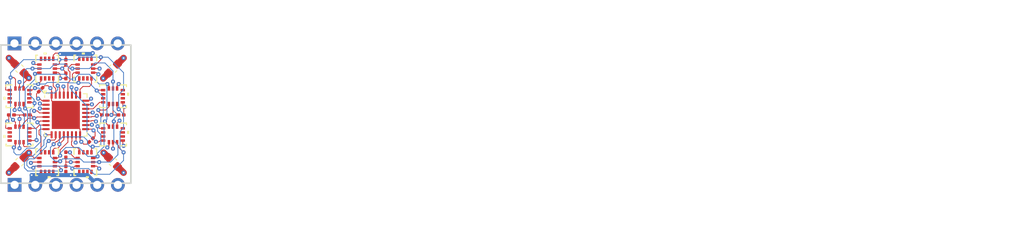
<source format=kicad_pcb>
(kicad_pcb (version 20241229) (generator "pcbnew") (generator_version "9.0")
  (title_block (title "IMU Array Module") (date "2025-08-22") (rev "A"))
  (layers (0 "F.Cu" signal) (4 "In1.Cu" signal) (6 "In2.Cu" signal) (2 "B.Cu" signal) (13 "F.Paste" user) (15 "B.Paste" user) (5 "F.SilkS" user "F.Silkscreen") (7 "B.SilkS" user "B.Silkscreen") (1 "F.Mask" user) (3 "B.Mask" user) (25 "Edge.Cuts" user))
  (net 0 "")
  (net 1 "GND")
  (net 2 "CS1")
  (net 3 "SCLK")
  (net 6 "SDO")
  (net 7 "FSYNC")
  (net 10 "SDI")
  (net 47 "VDD")
  (net 48 "NRST")
  (net 49 "SWCLK")
  (net 50 "SWDIO")
  (net 51 "INT1")
  (net 52 "CS4")
  (net 53 "INT3")
  (net 54 "CS3")
  (net 55 "I2C_SCL")
  (net 56 "INTO")
  (net 57 "INT4")
  (net 58 "CS8")
  (net 59 "INT8")
  (net 60 "I2C_SDA")
  (net 61 "INT6")
  (net 62 "CS6")
  (net 63 "CS2")
  (net 64 "SWO")
  (net 65 "INT2")
  (net 66 "CS5")
  (net 67 "INT5")
  (net 68 "CS7")
  (net 69 "INT7")
  (footprint "Capacitor_SMD:C_0201_0603Metric" (layer "F.Cu") (at 38.8 70.4)
    (property "Reference" "C7" (hide yes))
    (property "Value" "100n" (hide yes))
  )
  (footprint "imu-array-lib:LGA14_2.5X3X0.76_IVS" (layer "F.Cu") (at 47.9 64.7 90)
    (property "Reference" "U6" (hide yes))
    (property "Value" "ICM-42670-P" (hide yes))
  )
  (footprint "Capacitor_SMD:C_0201_0603Metric" (layer "F.Cu") (at 45.5 75.3 -90)
    (property "Reference" "C8" (hide yes))
    (property "Value" "100n" (hide yes))
  )
  (footprint "Capacitor_SMD:C_0201_0603Metric" (layer "F.Cu") (at 45.5 63.92 -90)
    (property "Reference" "C12" (hide yes))
    (property "Value" "100n" (hide yes))
  )
  (footprint "Capacitor_SMD:C_0603_1608Metric" (layer "F.Cu") (at 39.8 64.7 135)
    (property "Reference" "C9" (hide yes))
    (property "Value" "10u" (hide yes))
  )
  (footprint "Capacitor_SMD:C_0201_0603Metric" (layer "F.Cu") (at 40.75 70.4 180)
    (property "Reference" "C1" (hide yes))
    (property "Value" "100n" (hide yes))
  )
  (footprint "Capacitor_SMD:C_0201_0603Metric" (layer "F.Cu") (at 45.5 65.6 90)
    (property "Reference" "C10" (hide yes))
    (property "Value" "100n" (hide yes))
  )
  (footprint "Capacitor_SMD:C_0201_0603Metric" (layer "F.Cu") (at 48.6 73.5 -135)
    (property "Reference" "C5" (hide yes))
    (property "Value" "100n" (hide yes))
  )
  (footprint "Capacitor_SMD:C_0201_0603Metric" (layer "F.Cu") (at 42.4 67.3 45)
    (property "Reference" "C3" (hide yes))
    (property "Value" "100n" (hide yes))
  )
  (footprint "imu-array-lib:LGA14_2.5X3X0.76_IVS" (layer "F.Cu") (at 43.2 76.2 -90)
    (property "Reference" "U8" (hide yes))
    (property "Value" "ICM-42670-P" (hide yes))
  )
  (footprint "Capacitor_SMD:C_0603_1608Metric" (layer "F.Cu") (at 51.3 76.2 -45)
    (property "Reference" "C14" (hide yes))
    (property "Value" "10u" (hide yes))
  )
  (footprint "Capacitor_SMD:C_0201_0603Metric" (layer "F.Cu") (at 45.5 77.05 90)
    (property "Reference" "C6" (hide yes))
    (property "Value" "100n" (hide yes))
  )
  (footprint "Package_DFN_QFN:QFN-32-1EP_5x5mm_P0.5mm_EP3.45x3.45mm" (layer "F.Cu") (at 45.5 70.4)
    (property "Reference" "U9" (hide yes))
    (property "Value" "STM32U031K8Ux" (hide yes))
  )
  (footprint "Capacitor_SMD:C_0201_0603Metric" (layer "F.Cu") (at 52.3 70.4 180)
    (property "Reference" "C4" (hide yes))
    (property "Value" "100n" (hide yes))
  )
  (footprint "imu-array-lib:LGA14_2.5X3X0.76_IVS" (layer "F.Cu") (at 39.8 72.8 180)
    (property "Reference" "U3" (hide yes))
    (property "Value" "ICM-42670-P" (hide yes))
  )
  (footprint "Connector_PinHeader_2.54mm:PinHeader_1x06_P2.54mm_Vertical" (layer "F.Cu") (at 39.18 61.6 90)
    (property "Reference" "J4" (hide yes))
    (property "Value" "Conn_01x06" (hide yes))
  )
  (footprint "Connector_PinHeader_2.54mm:PinHeader_1x06_P2.54mm_Vertical" (layer "F.Cu") (at 39.2 79 90)
    (property "Reference" "J3" (hide yes))
    (property "Value" "Conn_01x06" (hide yes))
  )
  (footprint "imu-array-lib:LGA14_2.5X3X0.76_IVS" (layer "F.Cu") (at 51.3 68.1)
    (property "Reference" "U5" (hide yes))
    (property "Value" "ICM-42670-P" (hide yes))
  )
  (footprint "imu-array-lib:LGA14_2.5X3X0.76_IVS" (layer "F.Cu") (at 43.2 64.7 90)
    (property "Reference" "U2" (hide yes))
    (property "Value" "ICM-42670-P" (hide yes))
  )
  (footprint "Capacitor_SMD:C_0603_1608Metric" (layer "F.Cu") (at 39.8 76.2 -135)
    (property "Reference" "C13" (hide yes))
    (property "Value" "10u" (hide yes))
  )
  (footprint "Capacitor_SMD:C_0201_0603Metric" (layer "F.Cu") (at 50.25 70.4)
    (property "Reference" "C2" (hide yes))
    (property "Value" "100n" (hide yes))
  )
  (footprint "Capacitor_SMD:C_0603_1608Metric" (layer "F.Cu") (at 51.3 64.7 45)
    (property "Reference" "C11" (hide yes))
    (property "Value" "10u" (hide yes))
  )
  (footprint "imu-array-lib:LGA14_2.5X3X0.76_IVS" (layer "F.Cu") (at 47.9 76.2 -90)
    (property "Reference" "U4" (hide yes))
    (property "Value" "ICM-42670-P" (hide yes))
  )
  (footprint "imu-array-lib:LGA14_2.5X3X0.76_IVS" (layer "F.Cu") (at 39.8 68.1 180)
    (property "Reference" "U7" (hide yes))
    (property "Value" "ICM-42670-P" (hide yes))
  )
  (footprint "imu-array-lib:LGA14_2.5X3X0.76_IVS" (layer "F.Cu") (at 51.3 72.8)
    (property "Reference" "U1" (hide yes))
    (property "Value" "ICM-42670-P" (hide yes))
  )
  (gr_rect (start 37.5 61.8) (end 53.5 78.8) (stroke (width 0.2)) (fill no) (layer "Edge.Cuts"))
  (segment (start 45.5 76.195732) (end 45.500014 76.197494) (width 0.1) (layer "F.Cu") (net 1))
  (segment (start 51.200001 70.400002) (end 51.1 70.4) (width 0.1) (layer "F.Cu") (net 1))
  (segment (start 47.25 72.8375) (end 47.25 72.225) (width 0.1) (layer "F.Cu") (net 1))
  (segment (start 45.5 76.73) (end 45.500001 76.2025) (width 0.1) (layer "F.Cu") (net 1))
  (segment (start 43.75 67.9625) (end 43.749999 67.25) (width 0.1) (layer "F.Cu") (net 1))
  (segment (start 43.300004 66.799988) (end 43.6 67.1) (width 0.1) (layer "F.Cu") (net 1))
  (segment (start 51.1 70.4) (end 50.57 70.4) (width 0.1) (layer "F.Cu") (net 1))
  (segment (start 45.50125 76.20125) (end 45.502506 76.200014) (width 0.1) (layer "F.Cu") (net 1))
  (segment (start 51.1 70.4) (end 51.98 70.4) (width 0.1) (layer "F.Cu") (net 1))
  (segment (start 51.300004 70.300001) (end 51.200001 70.400002) (width 0.1) (layer "F.Cu") (net 1))
  (segment (start 46.1 76.2) (end 46.9 76.2) (width 0.1) (layer "F.Cu") (net 1))
  (segment (start 45.504267 76.2) (end 45.502506 76.200014) (width 0.1) (layer "F.Cu") (net 1))
  (segment (start 45.500001 76.2025) (end 45.5025 76.2) (width 0.1) (layer "F.Cu") (net 1))
  (segment (start 45.50125 76.19875) (end 45.5025 76.199999) (width 0.1) (layer "F.Cu") (net 1))
  (segment (start 45.504267 76.2) (end 45.5025 76.199999) (width 0.1) (layer "F.Cu") (net 1))
  (segment (start 47.249986 72.150006) (end 45.5 70.4) (width 0.1) (layer "F.Cu") (net 1))
  (segment (start 39.799999 70.4) (end 40.43 70.4) (width 0.1) (layer "F.Cu") (net 1))
  (segment (start 45.5 64.24375) (end 45.5 64.24) (width 0.1) (layer "F.Cu") (net 1))
  (segment (start 39.8 70.9) (end 39.8 71.8475) (width 0.1) (layer "F.Cu") (net 1))
  (segment (start 45.500016 65.152493) (end 45.5 65.28) (width 0.1) (layer "F.Cu") (net 1))
  (segment (start 39.8 66.3525) (end 39.8 67.2) (width 0.1) (layer "F.Cu") (net 1))
  (segment (start 47.250014 73.549993) (end 47.4 73.7) (width 0.1) (layer "F.Cu") (net 1))
  (segment (start 47.250014 73.549993) (end 47.25 72.8375) (width 0.1) (layer "F.Cu") (net 1))
  (segment (start 45.499979 64.247491) (end 45.0475 64.7) (width 0.1) (layer "F.Cu") (net 1))
  (segment (start 42.900008 66.80002) (end 42.626274 67.073726) (width 0.1) (layer "F.Cu") (net 1))
  (segment (start 51.3 74.5475) (end 51.3 73.7) (width 0.1) (layer "F.Cu") (net 1))
  (segment (start 43.74998 68.650007) (end 43.75 67.9625) (width 0.1) (layer "F.Cu") (net 1))
  (segment (start 43.74998 68.650007) (end 45.5 70.4) (width 0.1) (layer "F.Cu") (net 1))
  (segment (start 45.5 76.195732) (end 45.5 75.62) (width 0.1) (layer "F.Cu") (net 1))
  (segment (start 41.3 76.2) (end 42.2475 76.2) (width 0.1) (layer "F.Cu") (net 1))
  (segment (start 41.2 76.3) (end 41.3 76.2) (width 0.1) (layer "F.Cu") (net 1))
  (segment (start 39.799999 70.4) (end 39.12 70.4) (width 0.1) (layer "F.Cu") (net 1))
  (segment (start 49.6475 64.7) (end 48.8 64.7) (width 0.1) (layer "F.Cu") (net 1))
  (segment (start 39.799999 70.4) (end 39.8 70.9) (width 0.1) (layer "F.Cu") (net 1))
  (segment (start 47.699995 74.000012) (end 48.100002 74.000007) (width 0.1) (layer "F.Cu") (net 1))
  (segment (start 45.50125 76.19875) (end 45.500014 76.197494) (width 0.1) (layer "F.Cu") (net 1))
  (segment (start 45.0475 64.7) (end 44.2 64.7) (width 0.1) (layer "F.Cu") (net 1))
  (segment (start 52.6 77.5) (end 51.848008 76.748008) (width 0.8) (layer "F.Cu") (net 1))
  (segment (start 47.249986 72.150006) (end 47.25 72.225) (width 0.1) (layer "F.Cu") (net 1))
  (segment (start 47.699995 74.000012) (end 47.4 73.7) (width 0.1) (layer "F.Cu") (net 1))
  (segment (start 45.500016 65.152493) (end 45.0475 64.7) (width 0.1) (layer "F.Cu") (net 1))
  (segment (start 51.300004 70.300001) (end 51.3 69.0525) (width 0.1) (layer "F.Cu") (net 1))
  (segment (start 52.6 63.4) (end 51.848008 64.151992) (width 0.8) (layer "F.Cu") (net 1))
  (segment (start 45.5 64.24375) (end 45.499979 64.247491) (width 0.1) (layer "F.Cu") (net 1))
  (segment (start 38.5 77.5) (end 39.251992 76.748008) (width 0.8) (layer "F.Cu") (net 1))
  (segment (start 46.1 76.2) (end 45.504267 76.2) (width 0.1) (layer "F.Cu") (net 1))
  (segment (start 48.100002 74.000007) (end 48.373726 73.726274) (width 0.1) (layer "F.Cu") (net 1))
  (segment (start 43.749999 67.25) (end 43.6 67.1) (width 0.1) (layer "F.Cu") (net 1))
  (segment (start 45.50125 76.19875) (end 45.5025 76.2) (width 0.1) (layer "F.Cu") (net 1))
  (segment (start 43.300004 66.799988) (end 42.900008 66.80002) (width 0.1) (layer "F.Cu") (net 1))
  (segment (start 38.5 63.4) (end 39.251992 64.151992) (width 0.8) (layer "F.Cu") (net 1))
  (via (at 51.3 74.5475) (size 0.5) (drill 0.2) (layers "F.Cu" "B.Cu") (net 1))
  (via (at 38.5 63.4) (size 0.5) (drill 0.2) (layers "F.Cu" "B.Cu") (net 1))
  (via (at 39.8 70.9) (size 0.5) (drill 0.2) (layers "F.Cu" "B.Cu") (net 1))
  (via (at 39.8 66.3525) (size 0.5) (drill 0.2) (layers "F.Cu" "B.Cu") (net 1))
  (via (at 52.6 63.4) (size 0.5) (drill 0.2) (layers "F.Cu" "B.Cu") (net 1))
  (via (at 43.6 67.1) (size 0.5) (drill 0.2) (layers "F.Cu" "B.Cu") (net 1))
  (via (at 46.1 76.2) (size 0.5) (drill 0.2) (layers "F.Cu" "B.Cu") (net 1))
  (via (at 52.6 77.5) (size 0.5) (drill 0.2) (layers "F.Cu" "B.Cu") (net 1))
  (via (at 49.6475 64.7) (size 0.5) (drill 0.2) (layers "F.Cu" "B.Cu") (net 1))
  (via (at 41.2 76.3) (size 0.5) (drill 0.2) (layers "F.Cu" "B.Cu") (net 1))
  (via (at 38.5 77.5) (size 0.5) (drill 0.2) (layers "F.Cu" "B.Cu") (net 1))
  (via (at 51.1 70.4) (size 0.5) (drill 0.2) (layers "F.Cu" "B.Cu") (net 1))
  (via (at 47.4 73.7) (size 0.5) (drill 0.2) (layers "F.Cu" "B.Cu") (net 1))
  (via (at 45.0475 64.7) (size 0.5) (drill 0.2) (layers "F.Cu" "B.Cu") (net 1))
  (segment (start 48.7 71.6) (end 48.649999 71.65) (width 0.1) (layer "F.Cu") (net 2))
  (segment (start 51.799999 71.400001) (end 51.799999 71.8475) (width 0.1) (layer "F.Cu") (net 2))
  (segment (start 48.649999 71.65) (end 47.9375 71.65) (width 0.1) (layer "F.Cu") (net 2))
  (segment (start 52.1 71.1) (end 51.799999 71.400001) (width 0.1) (layer "F.Cu") (net 2))
  (via (at 52.1 71.1) (size 0.5) (drill 0.2) (layers "F.Cu" "B.Cu") (net 2))
  (via (at 48.7 71.6) (size 0.5) (drill 0.2) (layers "F.Cu" "B.Cu") (net 2))
  (segment (start 51.3 66.3) (end 51.3 67.1475) (width 0.1) (layer "F.Cu") (net 3))
  (segment (start 49.6 76.2) (end 48.8525 76.2) (width 0.1) (layer "F.Cu") (net 3))
  (segment (start 51.300001 71.3) (end 51.4 71.2) (width 0.1) (layer "F.Cu") (net 3))
  (segment (start 39.8 69.7) (end 39.8 69.0525) (width 0.1) (layer "F.Cu") (net 3))
  (segment (start 44.699999 76.2) (end 44.1525 76.2) (width 0.1) (layer "F.Cu") (net 3))
  (segment (start 44.750013 73.350005) (end 44.75 72.8375) (width 0.1) (layer "F.Cu") (net 3))
  (segment (start 44.750013 73.350005) (end 44.450001 73.650002) (width 0.1) (layer "F.Cu") (net 3))
  (segment (start 41.4 64.7) (end 42.2475 64.7) (width 0.1) (layer "F.Cu") (net 3))
  (segment (start 46.3 64.7) (end 46.9475 64.7) (width 0.1) (layer "F.Cu") (net 3))
  (segment (start 44 74) (end 44.35 73.65) (width 0.1) (layer "F.Cu") (net 3))
  (segment (start 44.699999 76.2) (end 44.8 76.1) (width 0.1) (layer "F.Cu") (net 3))
  (segment (start 44.450001 73.650002) (end 44.35 73.65) (width 0.1) (layer "F.Cu") (net 3))
  (segment (start 51.300001 71.3) (end 51.3 71.8475) (width 0.1) (layer "F.Cu") (net 3))
  (segment (start 39.8 74.5) (end 39.8 73.7525) (width 0.1) (layer "F.Cu") (net 3))
  (via (at 39.8 74.5) (size 0.5) (drill 0.2) (layers "F.Cu" "B.Cu") (net 3))
  (via (at 46.3 64.7) (size 0.5) (drill 0.2) (layers "F.Cu" "B.Cu") (net 3))
  (via (at 51.3 66.3) (size 0.5) (drill 0.2) (layers "F.Cu" "B.Cu") (net 3))
  (via (at 39.8 69.7) (size 0.5) (drill 0.2) (layers "F.Cu" "B.Cu") (net 3))
  (via (at 49.6 76.2) (size 0.5) (drill 0.2) (layers "F.Cu" "B.Cu") (net 3))
  (via (at 44.8 76.1) (size 0.5) (drill 0.2) (layers "F.Cu" "B.Cu") (net 3))
  (via (at 51.4 71.2) (size 0.5) (drill 0.2) (layers "F.Cu" "B.Cu") (net 3))
  (via (at 41.4 64.7) (size 0.5) (drill 0.2) (layers "F.Cu" "B.Cu") (net 3))
  (via (at 44 74) (size 0.5) (drill 0.2) (layers "F.Cu" "B.Cu") (net 3))
  (segment (start 51.399978 73.600008) (end 51.899999 74.1) (width 0.1) (layer "B.Cu") (net 3))
  (segment (start 41.4 64.7) (end 43.549999 64.7) (width 0.1) (layer "B.Cu") (net 3))
  (segment (start 40.399999 70.3) (end 39.8 69.7) (width 0.1) (layer "B.Cu") (net 3))
  (segment (start 39.800001 72) (end 39.8 74.5) (width 0.1) (layer "B.Cu") (net 3))
  (segment (start 45.449999 64.15) (end 45.999996 64.700009) (width 0.1) (layer "B.Cu") (net 3))
  (segment (start 39.8 69.7) (end 39.8 67.2) (width 0.1) (layer "B.Cu") (net 3))
  (segment (start 40.7 64.7) (end 41.4 64.7) (width 0.1) (layer "B.Cu") (net 3))
  (segment (start 44.200004 76.099989) (end 43.600015 75.499993) (width 0.1) (layer "B.Cu") (net 3))
  (segment (start 40.3 66.7) (end 40.3 65.1) (width 0.1) (layer "B.Cu") (net 3))
  (segment (start 43.600001 74.4) (end 43.600015 75.499993) (width 0.1) (layer "B.Cu") (net 3))
  (segment (start 48.400005 64.7) (end 49.1 64.000005) (width 0.1) (layer "B.Cu") (net 3))
  (segment (start 45.449999 64.15) (end 44.099999 64.149997) (width 0.1) (layer "B.Cu") (net 3))
  (segment (start 50.299999 64) (end 49.1 64.000005) (width 0.1) (layer "B.Cu") (net 3))
  (segment (start 51.39999 70.899996) (end 51.4 71.2) (width 0.1) (layer "B.Cu") (net 3))
  (segment (start 51.9 75.3) (end 50.999999 76.2) (width 0.1) (layer "B.Cu") (net 3))
  (segment (start 51.300011 64.999995) (end 50.299999 64) (width 0.1) (layer "B.Cu") (net 3))
  (segment (start 49.6 76.2) (end 47.7 76.199999) (width 0.1) (layer "B.Cu") (net 3))
  (segment (start 40.399985 71.399993) (end 39.800001 72) (width 0.1) (layer "B.Cu") (net 3))
  (segment (start 51.4 71.2) (end 51.399978 73.600008) (width 0.1) (layer "B.Cu") (net 3))
  (segment (start 39.8 67.2) (end 40.3 66.7) (width 0.1) (layer "B.Cu") (net 3))
  (segment (start 40.3 65.1) (end 40.7 64.7) (width 0.1) (layer "B.Cu") (net 3))
  (segment (start 51.899999 74.1) (end 51.9 75.3) (width 0.1) (layer "B.Cu") (net 3))
  (segment (start 47.299999 75.8) (end 47.7 76.199999) (width 0.1) (layer "B.Cu") (net 3))
  (segment (start 44.8 76.1) (end 45.099995 75.799987) (width 0.1) (layer "B.Cu") (net 3))
  (segment (start 43.549999 64.7) (end 44.099999 64.149997) (width 0.1) (layer "B.Cu") (net 3))
  (segment (start 51.7 70.6) (end 51.700012 70.199995) (width 0.1) (layer "B.Cu") (net 3))
  (segment (start 45.999996 64.700009) (end 46.3 64.7) (width 0.1) (layer "B.Cu") (net 3))
  (segment (start 51.39999 70.899996) (end 51.7 70.6) (width 0.1) (layer "B.Cu") (net 3))
  (segment (start 47.299999 75.8) (end 45.099995 75.799987) (width 0.1) (layer "B.Cu") (net 3))
  (segment (start 51.3 66.3) (end 51.300011 64.999995) (width 0.1) (layer "B.Cu") (net 3))
  (segment (start 51.700012 70.199995) (end 51.299983 69.800007) (width 0.1) (layer "B.Cu") (net 3))
  (segment (start 46.3 64.7) (end 48.400005 64.7) (width 0.1) (layer "B.Cu") (net 3))
  (segment (start 49.6 76.2) (end 50.999999 76.2) (width 0.1) (layer "B.Cu") (net 3))
  (segment (start 40.399999 70.3) (end 40.399985 71.399993) (width 0.1) (layer "B.Cu") (net 3))
  (segment (start 43.600001 74.4) (end 44 74) (width 0.1) (layer "B.Cu") (net 3))
  (segment (start 44.8 76.1) (end 44.200004 76.099989) (width 0.1) (layer "B.Cu") (net 3))
  (segment (start 51.3 66.3) (end 51.299983 69.800007) (width 0.1) (layer "B.Cu") (net 3))
  (segment (start 41.849998 73.55) (end 41.9 73.5) (width 0.1) (layer "F.Cu") (net 6))
  (segment (start 48.8 74.3) (end 48.650001 74.449999) (width 0.1) (layer "F.Cu") (net 6))
  (segment (start 47.150002 66.350002) (end 47.149999 65.9065) (width 0.1) (layer "F.Cu") (net 6))
  (segment (start 45.249979 73.449991) (end 44.7 74) (width 0.1) (layer "F.Cu") (net 6))
  (segment (start 49.350009 67.350017) (end 50.0935 67.349999) (width 0.1) (layer "F.Cu") (net 6))
  (segment (start 41.65 68.95) (end 41.55 68.850001) (width 0.1) (layer "F.Cu") (net 6))
  (segment (start 49.649999 72.049998) (end 50.0935 72.049999) (width 0.1) (layer "F.Cu") (net 6))
  (segment (start 44.7 74) (end 44.700009 74.300003) (width 0.1) (layer "F.Cu") (net 6))
  (segment (start 47.150002 66.350002) (end 47.05 66.45) (width 0.1) (layer "F.Cu") (net 6))
  (segment (start 45.249979 73.449991) (end 45.25 72.8375) (width 0.1) (layer "F.Cu") (net 6))
  (segment (start 41.849998 73.55) (end 41.0065 73.550001) (width 0.1) (layer "F.Cu") (net 6))
  (segment (start 44.499999 74.5) (end 44.700009 74.300003) (width 0.1) (layer "F.Cu") (net 6))
  (segment (start 48.650001 74.449999) (end 48.650001 74.9935) (width 0.1) (layer "F.Cu") (net 6))
  (segment (start 41.55 68.850001) (end 41.0065 68.850001) (width 0.1) (layer "F.Cu") (net 6))
  (segment (start 49.3 67.4) (end 49.350009 67.350017) (width 0.1) (layer "F.Cu") (net 6))
  (segment (start 42.1 66.6) (end 42.449978 66.249991) (width 0.1) (layer "F.Cu") (net 6))
  (segment (start 49.649999 72.049998) (end 49.4 71.8) (width 0.1) (layer "F.Cu") (net 6))
  (segment (start 42.449978 66.249991) (end 42.449999 65.9065) (width 0.1) (layer "F.Cu") (net 6))
  (segment (start 44.100006 74.500015) (end 43.950001 74.649999) (width 0.1) (layer "F.Cu") (net 6))
  (segment (start 44.499999 74.5) (end 44.100006 74.500015) (width 0.1) (layer "F.Cu") (net 6))
  (segment (start 43.950001 74.649999) (end 43.950001 74.9935) (width 0.1) (layer "F.Cu") (net 6))
  (via (at 44.7 74) (size 0.5) (drill 0.2) (layers "F.Cu" "B.Cu") (net 6))
  (via (at 42.1 66.6) (size 0.5) (drill 0.2) (layers "F.Cu" "B.Cu") (net 6))
  (via (at 47.05 66.45) (size 0.5) (drill 0.2) (layers "F.Cu" "B.Cu") (net 6))
  (via (at 49.4 71.8) (size 0.5) (drill 0.2) (layers "F.Cu" "B.Cu") (net 6))
  (via (at 41.65 68.95) (size 0.5) (drill 0.2) (layers "F.Cu" "B.Cu") (net 6))
  (via (at 41.9 73.5) (size 0.5) (drill 0.2) (layers "F.Cu" "B.Cu") (net 6))
  (via (at 49.3 67.4) (size 0.5) (drill 0.2) (layers "F.Cu" "B.Cu") (net 6))
  (via (at 48.8 74.3) (size 0.5) (drill 0.2) (layers "F.Cu" "B.Cu") (net 6))
  (segment (start 41.100011 67.999995) (end 41.100001 67) (width 0.1) (layer "B.Cu") (net 6))
  (segment (start 49.8 74.1) (end 49.8 72.800001) (width 0.1) (layer "B.Cu") (net 6))
  (segment (start 48.350004 66.449989) (end 47.05 66.45) (width 0.1) (layer "B.Cu") (net 6))
  (segment (start 41.65 69.250001) (end 41.100001 69.8) (width 0.1) (layer "B.Cu") (net 6))
  (segment (start 41.100001 69.8) (end 41.100006 71.399997) (width 0.1) (layer "B.Cu") (net 6))
  (segment (start 47.7 73.1) (end 45.1 73.1) (width 0.1) (layer "B.Cu") (net 6))
  (segment (start 41.600008 68.900008) (end 41.600008 68.499992) (width 0.1) (layer "B.Cu") (net 6))
  (segment (start 41.100001 67) (end 41.499993 66.599983) (width 0.1) (layer "B.Cu") (net 6))
  (segment (start 42.1 66.6) (end 42.999999 66.6) (width 0.1) (layer "B.Cu") (net 6))
  (segment (start 48.15 73.95) (end 48.15 73.55) (width 0.1) (layer "B.Cu") (net 6))
  (segment (start 41.600008 68.499992) (end 41.100011 67.999995) (width 0.1) (layer "B.Cu") (net 6))
  (segment (start 49.4 71.8) (end 49.399987 72.400005) (width 0.1) (layer "B.Cu") (net 6))
  (segment (start 50.100013 70.400005) (end 50.099999 68.2) (width 0.1) (layer "B.Cu") (net 6))
  (segment (start 49.6 74.3) (end 49.8 74.1) (width 0.1) (layer "B.Cu") (net 6))
  (segment (start 45.799999 66.4) (end 45.85 66.449999) (width 0.1) (layer "B.Cu") (net 6))
  (segment (start 44.7 73.5) (end 44.7 74) (width 0.1) (layer "B.Cu") (net 6))
  (segment (start 41.100006 71.399997) (end 41.899999 72.2) (width 0.1) (layer "B.Cu") (net 6))
  (segment (start 49.4 71.8) (end 49.800017 71.400007) (width 0.1) (layer "B.Cu") (net 6))
  (segment (start 48.5 74.3) (end 48.15 73.95) (width 0.1) (layer "B.Cu") (net 6))
  (segment (start 41.65 68.95) (end 41.600008 68.900008) (width 0.1) (layer "B.Cu") (net 6))
  (segment (start 49.800001 70.7) (end 50.100013 70.400005) (width 0.1) (layer "B.Cu") (net 6))
  (segment (start 45.1 73.1) (end 44.7 73.5) (width 0.1) (layer "B.Cu") (net 6))
  (segment (start 41.65 68.95) (end 41.65 69.250001) (width 0.1) (layer "B.Cu") (net 6))
  (segment (start 42.999999 66.6) (end 43.199997 66.399992) (width 0.1) (layer "B.Cu") (net 6))
  (segment (start 48.15 73.55) (end 47.7 73.1) (width 0.1) (layer "B.Cu") (net 6))
  (segment (start 49.8 72.800001) (end 49.699999 72.7) (width 0.1) (layer "B.Cu") (net 6))
  (segment (start 49.800001 70.7) (end 49.800017 71.400007) (width 0.1) (layer "B.Cu") (net 6))
  (segment (start 48.8 74.3) (end 49.6 74.3) (width 0.1) (layer "B.Cu") (net 6))
  (segment (start 48.8 74.3) (end 48.5 74.3) (width 0.1) (layer "B.Cu") (net 6))
  (segment (start 50.099999 68.2) (end 49.3 67.4) (width 0.1) (layer "B.Cu") (net 6))
  (segment (start 45.799999 66.4) (end 43.199997 66.399992) (width 0.1) (layer "B.Cu") (net 6))
  (segment (start 41.499993 66.599983) (end 42.1 66.6) (width 0.1) (layer "B.Cu") (net 6))
  (segment (start 45.85 66.449999) (end 47.05 66.45) (width 0.1) (layer "B.Cu") (net 6))
  (segment (start 49.3 67.4) (end 48.350004 66.449989) (width 0.1) (layer "B.Cu") (net 6))
  (segment (start 41.899999 72.2) (end 41.9 73.5) (width 0.1) (layer "B.Cu") (net 6))
  (segment (start 49.399987 72.400005) (end 49.699999 72.7) (width 0.1) (layer "B.Cu") (net 6))
  (segment (start 39.3 66.000001) (end 39.099999 65.8) (width 0.1) (layer "F.Cu") (net 7))
  (segment (start 43.4 73.6) (end 43.499998 73.499996) (width 0.1) (layer "F.Cu") (net 7))
  (segment (start 52 69.7) (end 51.899999 69.700003) (width 0.1) (layer "F.Cu") (net 7))
  (segment (start 39.3 71.300001) (end 39.300001 71.8475) (width 0.1) (layer "F.Cu") (net 7))
  (segment (start 44.599998 64.2) (end 44.1525 64.200001) (width 0.1) (layer "F.Cu") (net 7))
  (segment (start 52.000006 74.199998) (end 52 74.399999) (width 0.1) (layer "F.Cu") (net 7))
  (segment (start 41.699998 76.69999) (end 41.5 76.9) (width 0.1) (layer "F.Cu") (net 7))
  (segment (start 51.899999 69.700003) (end 51.799994 69.6) (width 0.1) (layer "F.Cu") (net 7))
  (segment (start 44.249986 73.349993) (end 44.25 72.8375) (width 0.1) (layer "F.Cu") (net 7))
  (segment (start 49.8 63.599999) (end 49.2 64.200005) (width 0.1) (layer "F.Cu") (net 7))
  (segment (start 51.799978 74.000007) (end 52.000006 74.199998) (width 0.1) (layer "F.Cu") (net 7))
  (segment (start 44.099999 73.5) (end 43.499998 73.499996) (width 0.1) (layer "F.Cu") (net 7))
  (segment (start 44.249986 73.349993) (end 44.099999 73.5) (width 0.1) (layer "F.Cu") (net 7))
  (segment (start 41.699998 76.69999) (end 42.2475 76.699999) (width 0.1) (layer "F.Cu") (net 7))
  (segment (start 44.7 63.6) (end 44.700004 64.100001) (width 0.1) (layer "F.Cu") (net 7))
  (segment (start 39.3 66.000001) (end 39.300001 67.1475) (width 0.1) (layer "F.Cu") (net 7))
  (segment (start 46.599993 76.699979) (end 46.3 77) (width 0.1) (layer "F.Cu") (net 7))
  (segment (start 39.099999 65.8) (end 38.7 65.8) (width 0.1) (layer "F.Cu") (net 7))
  (segment (start 51.799978 74.000007) (end 51.799999 73.7525) (width 0.1) (layer "F.Cu") (net 7))
  (segment (start 49.2 64.200005) (end 48.8525 64.200001) (width 0.1) (layer "F.Cu") (net 7))
  (segment (start 39 71) (end 39.3 71.300001) (width 0.1) (layer "F.Cu") (net 7))
  (segment (start 49.8 63.3) (end 49.8 63.599999) (width 0.1) (layer "F.Cu") (net 7))
  (segment (start 51.799994 69.6) (end 51.799999 69.0525) (width 0.1) (layer "F.Cu") (net 7))
  (segment (start 46.599993 76.699979) (end 46.9475 76.699999) (width 0.1) (layer "F.Cu") (net 7))
  (segment (start 44.700004 64.100001) (end 44.599998 64.2) (width 0.1) (layer "F.Cu") (net 7))
  (segment (start 52.6 75) (end 52 74.399999) (width 0.1) (layer "F.Cu") (net 7))
  (via (at 39 71) (size 0.5) (drill 0.2) (layers "F.Cu" "B.Cu") (net 7))
  (via (at 52.6 75) (size 0.5) (drill 0.2) (layers "F.Cu" "B.Cu") (net 7))
  (via (at 49.8 63.3) (size 0.5) (drill 0.2) (layers "F.Cu" "B.Cu") (net 7))
  (via (at 38.7 65.8) (size 0.5) (drill 0.2) (layers "F.Cu" "B.Cu") (net 7))
  (via (at 43.4 73.6) (size 0.5) (drill 0.2) (layers "F.Cu" "B.Cu") (net 7))
  (via (at 44.7 63.6) (size 0.5) (drill 0.2) (layers "F.Cu" "B.Cu") (net 7))
  (via (at 41.5 76.9) (size 0.5) (drill 0.2) (layers "F.Cu" "B.Cu") (net 7))
  (via (at 46.3 77) (size 0.5) (drill 0.2) (layers "F.Cu" "B.Cu") (net 7))
  (via (at 52 69.7) (size 0.5) (drill 0.2) (layers "F.Cu" "B.Cu") (net 7))
  (segment (start 52.6 76) (end 52.6 75) (width 0.1) (layer "B.Cu") (net 7))
  (segment (start 48.299999 77) (end 46.3 77) (width 0.1) (layer "B.Cu") (net 7))
  (segment (start 46 76.7) (end 41.7 76.7) (width 0.1) (layer "B.Cu") (net 7))
  (segment (start 50.9 77.7) (end 52.6 76) (width 0.1) (layer "B.Cu") (net 7))
  (segment (start 44.7 63.6) (end 40.300005 63.600013) (width 0.1) (layer "B.Cu") (net 7))
  (segment (start 41 76.9) (end 40.7 76.6) (width 0.1) (layer "B.Cu") (net 7))
  (segment (start 52.175001 72.425) (end 52.600008 72.000003) (width 0.1) (layer "B.Cu") (net 7))
  (segment (start 38.70001 65.200004) (end 38.7 65.8) (width 0.1) (layer "B.Cu") (net 7))
  (segment (start 43.100001 74.299999) (end 43.100001 73.9) (width 0.1) (layer "B.Cu") (net 7))
  (segment (start 46.3 77) (end 46 76.7) (width 0.1) (layer "B.Cu") (net 7))
  (segment (start 52.600007 65.199997) (end 52.599985 67.299993) (width 0.1) (layer "B.Cu") (net 7))
  (segment (start 50.699999 63.300002) (end 52.600007 65.199997) (width 0.1) (layer "B.Cu") (net 7))
  (segment (start 52.600008 72.000003) (end 52.599999 70.3) (width 0.1) (layer "B.Cu") (net 7))
  (segment (start 41 75.8) (end 41.6 75.8) (width 0.1) (layer "B.Cu") (net 7))
  (segment (start 41.5 76.9) (end 41 76.9) (width 0.1) (layer "B.Cu") (net 7))
  (segment (start 38.70001 65.200004) (end 40.300005 63.600013) (width 0.1) (layer "B.Cu") (net 7))
  (segment (start 41.6 75.8) (end 43.100001 74.299999) (width 0.1) (layer "B.Cu") (net 7))
  (segment (start 52 69.7) (end 52.599999 70.3) (width 0.1) (layer "B.Cu") (net 7))
  (segment (start 49 77.699999) (end 48.299999 77) (width 0.1) (layer "B.Cu") (net 7))
  (segment (start 38.7 65.8) (end 38.699987 70.700005) (width 0.1) (layer "B.Cu") (net 7))
  (segment (start 49.8 63.3) (end 47.099995 63.299987) (width 0.1) (layer "B.Cu") (net 7))
  (segment (start 49.8 63.3) (end 50.699999 63.300002) (width 0.1) (layer "B.Cu") (net 7))
  (segment (start 52.6 75) (end 52.174992 74.575003) (width 0.1) (layer "B.Cu") (net 7))
  (segment (start 44.7 63.6) (end 46.799999 63.6) (width 0.1) (layer "B.Cu") (net 7))
  (segment (start 52.175001 72.425) (end 52.174992 74.575003) (width 0.1) (layer "B.Cu") (net 7))
  (segment (start 40.7 76.6) (end 40.7 76.1) (width 0.1) (layer "B.Cu") (net 7))
  (segment (start 52.000001 67.9) (end 52.599985 67.299993) (width 0.1) (layer "B.Cu") (net 7))
  (segment (start 47.099995 63.299987) (end 46.799999 63.6) (width 0.1) (layer "B.Cu") (net 7))
  (segment (start 40.7 76.1) (end 41 75.8) (width 0.1) (layer "B.Cu") (net 7))
  (segment (start 38.699987 70.700005) (end 39 71) (width 0.1) (layer "B.Cu") (net 7))
  (segment (start 43.100001 73.9) (end 43.4 73.6) (width 0.1) (layer "B.Cu") (net 7))
  (segment (start 52 69.7) (end 52.000001 67.9) (width 0.1) (layer "B.Cu") (net 7))
  (segment (start 41.7 76.7) (end 41.5 76.9) (width 0.1) (layer "B.Cu") (net 7))
  (segment (start 50.9 77.7) (end 49 77.699999) (width 0.1) (layer "B.Cu") (net 7))
  (segment (start 40.399999 74.3) (end 40.299995 74.200001) (width 0.1) (layer "F.Cu") (net 10))
  (segment (start 41.900007 65.200013) (end 41.749994 65.349986) (width 0.1) (layer "F.Cu") (net 10))
  (segment (start 46.499998 65.19999) (end 46.9475 65.199999) (width 0.1) (layer "F.Cu") (net 10))
  (segment (start 50.8 66.800001) (end 50.800001 67.1475) (width 0.1) (layer "F.Cu") (net 10))
  (segment (start 40.399999 74.3) (end 40.799999 74.3) (width 0.1) (layer "F.Cu") (net 10))
  (segment (start 46.299991 65.800003) (end 46.3 65.4) (width 0.1) (layer "F.Cu") (net 10))
  (segment (start 50.3 71.2) (end 50.800001 71.8475) (width 0.1) (layer "F.Cu") (net 10))
  (segment (start 45.749979 73.749991) (end 45.75 72.8375) (width 0.1) (layer "F.Cu") (net 10))
  (segment (start 40.29999 69.400002) (end 40.5 69.6) (width 0.1) (layer "F.Cu") (net 10))
  (segment (start 44.5 75.700005) (end 44.1525 75.700001) (width 0.1) (layer "F.Cu") (net 10))
  (segment (start 49.199998 75.7) (end 49.4 75.5) (width 0.1) (layer "F.Cu") (net 10))
  (segment (start 44.5 75.700005) (end 44.8 75.4) (width 0.1) (layer "F.Cu") (net 10))
  (segment (start 40.299995 74.200001) (end 40.299999 73.7525) (width 0.1) (layer "F.Cu") (net 10))
  (segment (start 46.299991 65.800003) (end 46.5 66) (width 0.1) (layer "F.Cu") (net 10))
  (segment (start 41.7 65.35) (end 41.749994 65.349986) (width 0.1) (layer "F.Cu") (net 10))
  (segment (start 44.8 75.4) (end 44.800007 74.700003) (width 0.1) (layer "F.Cu") (net 10))
  (segment (start 49.199998 75.7) (end 48.8525 75.700001) (width 0.1) (layer "F.Cu") (net 10))
  (segment (start 40.29999 69.400002) (end 40.299999 69.0525) (width 0.1) (layer "F.Cu") (net 10))
  (segment (start 50.8 66.800001) (end 50.6 66.6) (width 0.1) (layer "F.Cu") (net 10))
  (segment (start 41.900007 65.200013) (end 42.2475 65.199999) (width 0.1) (layer "F.Cu") (net 10))
  (segment (start 45.749979 73.749991) (end 44.800007 74.700003) (width 0.1) (layer "F.Cu") (net 10))
  (segment (start 46.3 65.4) (end 46.499998 65.19999) (width 0.1) (layer "F.Cu") (net 10))
  (segment (start 41 74.1) (end 40.799999 74.3) (width 0.1) (layer "F.Cu") (net 10))
  (via (at 40.5 69.6) (size 0.5) (drill 0.2) (layers "F.Cu" "B.Cu") (net 10))
  (via (at 41.7 65.35) (size 0.5) (drill 0.2) (layers "F.Cu" "B.Cu") (net 10))
  (via (at 44.8 75.4) (size 0.5) (drill 0.2) (layers "F.Cu" "B.Cu") (net 10))
  (via (at 50.3 71.2) (size 0.5) (drill 0.2) (layers "F.Cu" "B.Cu") (net 10))
  (via (at 50.6 66.6) (size 0.5) (drill 0.2) (layers "F.Cu" "B.Cu") (net 10))
  (via (at 49.4 75.5) (size 0.5) (drill 0.2) (layers "F.Cu" "B.Cu") (net 10))
  (via (at 46.5 66) (size 0.5) (drill 0.2) (layers "F.Cu" "B.Cu") (net 10))
  (via (at 41 74.1) (size 0.5) (drill 0.2) (layers "F.Cu" "B.Cu") (net 10))
  (segment (start 47.100007 65.400015) (end 46.5 66) (width 0.1) (layer "B.Cu") (net 10))
  (segment (start 50.550001 66.65) (end 50.6 66.6) (width 0.1) (layer "B.Cu") (net 10))
  (segment (start 46.000006 65.999986) (end 45.399999 65.4) (width 0.1) (layer "B.Cu") (net 10))
  (segment (start 49.399987 75.099995) (end 50.199994 74.299997) (width 0.1) (layer "B.Cu") (net 10))
  (segment (start 44.8 75.1) (end 45.5 74.4) (width 0.1) (layer "B.Cu") (net 10))
  (segment (start 49.599999 66.600001) (end 50.6 66.6) (width 0.1) (layer "B.Cu") (net 10))
  (segment (start 41.8 65.399999) (end 41.749994 65.350014) (width 0.1) (layer "B.Cu") (net 10))
  (segment (start 49.399987 75.099995) (end 49.4 75.5) (width 0.1) (layer "B.Cu") (net 10))
  (segment (start 41.7 65.35) (end 41.749994 65.350014) (width 0.1) (layer "B.Cu") (net 10))
  (segment (start 40.80001 73.90001) (end 41 74.1) (width 0.1) (layer "B.Cu") (net 10))
  (segment (start 45.5 74.4) (end 47.1 74.4) (width 0.1) (layer "B.Cu") (net 10))
  (segment (start 50.550001 66.65) (end 50.54999 70.949995) (width 0.1) (layer "B.Cu") (net 10))
  (segment (start 41.7 65.35) (end 41.7 65.999999) (width 0.1) (layer "B.Cu") (net 10))
  (segment (start 48.2 75.5) (end 49.4 75.5) (width 0.1) (layer "B.Cu") (net 10))
  (segment (start 44.8 75.4) (end 44.8 75.1) (width 0.1) (layer "B.Cu") (net 10))
  (segment (start 49.599999 66.600001) (end 48.400004 65.399989) (width 0.1) (layer "B.Cu") (net 10))
  (segment (start 40.80001 71.4) (end 40.80001 73.90001) (width 0.1) (layer "B.Cu") (net 10))
  (segment (start 40.499999 67.2) (end 41.7 65.999999) (width 0.1) (layer "B.Cu") (net 10))
  (segment (start 40.799999 69.9) (end 40.80001 71.4) (width 0.1) (layer "B.Cu") (net 10))
  (segment (start 41.8 65.399999) (end 45.399999 65.4) (width 0.1) (layer "B.Cu") (net 10))
  (segment (start 40.499999 67.2) (end 40.5 69.6) (width 0.1) (layer "B.Cu") (net 10))
  (segment (start 46.000006 65.999986) (end 46.5 66) (width 0.1) (layer "B.Cu") (net 10))
  (segment (start 40.799999 69.9) (end 40.5 69.6) (width 0.1) (layer "B.Cu") (net 10))
  (segment (start 50.3 71.2) (end 50.200001 71.3) (width 0.1) (layer "B.Cu") (net 10))
  (segment (start 50.54999 70.949995) (end 50.3 71.2) (width 0.1) (layer "B.Cu") (net 10))
  (segment (start 47.1 74.4) (end 48.2 75.5) (width 0.1) (layer "B.Cu") (net 10))
  (segment (start 47.100007 65.400015) (end 48.400004 65.399989) (width 0.1) (layer "B.Cu") (net 10))
  (segment (start 50.199994 74.299997) (end 50.200001 71.3) (width 0.1) (layer "B.Cu") (net 10))
  (segment (start 48.8 62.8) (end 48.7 62.8) (width 0.1) (layer "F.Cu") (net 47))
  (segment (start 45.285857 65.9) (end 45.299999 65.9) (width 0.1) (layer "F.Cu") (net 47))
  (segment (start 38.479991 71.019996) (end 38.48 70.4) (width 0.1) (layer "F.Cu") (net 47))
  (segment (start 50.148008 75.048008) (end 50.8 75.7) (width 0.8) (layer "F.Cu") (net 47))
  (segment (start 44.599998 65.199999) (end 44.1525 65.199999) (width 0.1) (layer "F.Cu") (net 47))
  (segment (start 45.6 77.9) (end 45.599994 77.900006) (width 0.1) (layer "F.Cu") (net 47))
  (segment (start 45.5 74.98) (end 45.879999 74.98) (width 0.1) (layer "F.Cu") (net 47))
  (segment (start 45.499987 77.800005) (end 45.5 77.37) (width 0.1) (layer "F.Cu") (net 47))
  (segment (start 45.599994 77.900006) (end 45.499987 77.800005) (width 0.1) (layer "F.Cu") (net 47))
  (segment (start 38.149999 67.349999) (end 38.100019 67.299991) (width 0.1) (layer "F.Cu") (net 47))
  (segment (start 46.1 77.8) (end 46 77.9) (width 0.1) (layer "F.Cu") (net 47))
  (segment (start 44.200004 62.800011) (end 43.950001 63.049999) (width 0.1) (layer "F.Cu") (net 47))
  (segment (start 45.334142 65.92) (end 45.5 65.92) (width 0.1) (layer "F.Cu") (net 47))
  (segment (start 50.4 69.800002) (end 49.5 69.8) (width 0.1) (layer "F.Cu") (net 47))
  (segment (start 46.599999 75.700005) (end 46 75.099999) (width 0.1) (layer "F.Cu") (net 47))
  (segment (start 38.149999 67.349999) (end 38.5935 67.349999) (width 0.1) (layer "F.Cu") (net 47))
  (segment (start 44.8 65.4) (end 44.599998 65.199999) (width 0.1) (layer "F.Cu") (net 47))
  (segment (start 52.50649 69.206503) (end 52.5065 68.850001) (width 0.1) (layer "F.Cu") (net 47))
  (segment (start 46.2 77.9) (end 47 77.9) (width 0.1) (layer "F.Cu") (net 47))
  (segment (start 42.55 68.65) (end 42.3 68.4) (width 0.1) (layer "F.Cu") (net 47))
  (segment (start 38.100001 71.4) (end 38.100019 71.999991) (width 0.1) (layer "F.Cu") (net 47))
  (segment (start 43.950001 63.049999) (end 43.950001 63.4935) (width 0.1) (layer "F.Cu") (net 47))
  (segment (start 50.4 69.800002) (end 50.575 69.625) (width 0.1) (layer "F.Cu") (net 47))
  (segment (start 41.899993 67.799997) (end 42.173726 67.526274) (width 0.1) (layer "F.Cu") (net 47))
  (segment (start 41.200002 70.399994) (end 41.07 70.4) (width 0.1) (layer "F.Cu") (net 47))
  (segment (start 46.1 77.8) (end 46.2 77.9) (width 0.1) (layer "F.Cu") (net 47))
  (segment (start 40.299999 66.503985) (end 40.951992 65.851992) (width 0.1) (layer "F.Cu") (net 47))
  (segment (start 38.149999 72.049999) (end 38.5935 72.049999) (width 0.1) (layer "F.Cu") (net 47))
  (segment (start 40.951992 65.851992) (end 40.3 65.2) (width 0.8) (layer "F.Cu") (net 47))
  (segment (start 38.3 71.2) (end 38.479991 71.019996) (width 0.1) (layer "F.Cu") (net 47))
  (segment (start 52.506494 74.106502) (end 52.6 74.2) (width 0.1) (layer "F.Cu") (net 47))
  (segment (start 49.299998 65.199999) (end 48.8525 65.199999) (width 0.1) (layer "F.Cu") (net 47))
  (segment (start 42.3 68.4) (end 42.1 68.4) (width 0.1) (layer "F.Cu") (net 47))
  (segment (start 49.099999 72.5) (end 49.09998 72.999991) (width 0.1) (layer "F.Cu") (net 47))
  (segment (start 44.8 65.9) (end 45.285857 65.9) (width 0.1) (layer "F.Cu") (net 47))
  (segment (start 48.749999 72.15) (end 47.9375 72.15) (width 0.1) (layer "F.Cu") (net 47))
  (segment (start 40.299999 66.600001) (end 40.299999 67.1475) (width 0.1) (layer "F.Cu") (net 47))
  (segment (start 48.749999 72.15) (end 48.9 72.3) (width 0.1) (layer "F.Cu") (net 47))
  (segment (start 43.0625 68.65) (end 42.55 68.65) (width 0.1) (layer "F.Cu") (net 47))
  (segment (start 49.5 69.8) (end 49.500001 69.969999) (width 0.1) (layer "F.Cu") (net 47))
  (segment (start 42.056499 77.8) (end 42.449999 77.4065) (width 0.1) (layer "F.Cu") (net 47))
  (segment (start 50.799987 69.399993) (end 50.575 69.625) (width 0.1) (layer "F.Cu") (net 47))
  (segment (start 41.950006 70.650015) (end 41.800002 70.800005) (width 0.1) (layer "F.Cu") (net 47))
  (segment (start 45.499999 63) (end 45.5 63.6) (width 0.1) (layer "F.Cu") (net 47))
  (segment (start 41.6 70.8) (end 40.900004 70.80001) (width 0.1) (layer "F.Cu") (net 47))
  (segment (start 49.099999 72.5) (end 48.9 72.3) (width 0.1) (layer "F.Cu") (net 47))
  (segment (start 40.299999 67.1475) (end 40.299999 66.503985) (width 0.1) (layer "F.Cu") (net 47))
  (segment (start 52.506494 74.106502) (end 52.5065 73.550001) (width 0.1) (layer "F.Cu") (net 47))
  (segment (start 50.80001 74.200002) (end 50.800001 73.7525) (width 0.1) (layer "F.Cu") (net 47))
  (segment (start 50.799987 69.399993) (end 50.800001 69.0525) (width 0.1) (layer "F.Cu") (net 47))
  (segment (start 41.899991 68.200003) (end 42.1 68.4) (width 0.1) (layer "F.Cu") (net 47))
  (segment (start 40.30002 71.40001) (end 40.525 71.175) (width 0.1) (layer "F.Cu") (net 47))
  (segment (start 41.200002 70.399994) (end 41.6 70.8) (width 0.1) (layer "F.Cu") (net 47))
  (segment (start 41.800002 70.800005) (end 41.6 70.8) (width 0.1) (layer "F.Cu") (net 47))
  (segment (start 40.900004 70.80001) (end 40.525 71.175) (width 0.1) (layer "F.Cu") (net 47))
  (segment (start 47.149999 77.750001) (end 47.149999 77.4065) (width 0.1) (layer "F.Cu") (net 47))
  (segment (start 41.603992 75.699985) (end 42.2475 75.700001) (width 0.1) (layer "F.Cu") (net 47))
  (segment (start 50.80001 74.200002) (end 50.6 74.4) (width 0.1) (layer "F.Cu") (net 47))
  (segment (start 48.650001 62.849999) (end 48.650001 63.4935) (width 0.1) (layer "F.Cu") (net 47))
  (segment (start 44.700011 62.800011) (end 44.200004 62.800011) (width 0.1) (layer "F.Cu") (net 47))
  (segment (start 46 77.9) (end 45.6 77.9) (width 0.1) (layer "F.Cu") (net 47))
  (segment (start 45.334142 65.92) (end 45.32 65.919999) (width 0.1) (layer "F.Cu") (net 47))
  (segment (start 46 75) (end 45.914142 75) (width 0.1) (layer "F.Cu") (net 47))
  (segment (start 44.8 65.9) (end 44.8 65.4) (width 0.1) (layer "F.Cu") (net 47))
  (segment (start 46.599999 75.700005) (end 46.9475 75.700001) (width 0.1) (layer "F.Cu") (net 47))
  (segment (start 52.699987 69.539994) (end 52.620001 69.62) (width 0.1) (layer "F.Cu") (net 47))
  (segment (start 49.299998 65.199999) (end 49.5 65.4) (width 0.1) (layer "F.Cu") (net 47))
  (segment (start 46 75) (end 46 75.099999) (width 0.1) (layer "F.Cu") (net 47))
  (segment (start 52.7 69.4) (end 52.50649 69.206503) (width 0.1) (layer "F.Cu") (net 47))
  (segment (start 41.899993 67.799997) (end 41.899991 68.200003) (width 0.1) (layer "F.Cu") (net 47))
  (segment (start 44.8 62.9) (end 44.700011 62.800011) (width 0.1) (layer "F.Cu") (net 47))
  (segment (start 40.30002 71.40001) (end 40.299999 71.8475) (width 0.1) (layer "F.Cu") (net 47))
  (segment (start 38.100001 66.7) (end 38.100019 67.299991) (width 0.1) (layer "F.Cu") (net 47))
  (segment (start 52.620001 69.62) (end 52.62 70.4) (width 0.1) (layer "F.Cu") (net 47))
  (segment (start 48.7 62.8) (end 48.650001 62.849999) (width 0.1) (layer "F.Cu") (net 47))
  (segment (start 40.951992 75.048008) (end 41.603992 75.699985) (width 0.1) (layer "F.Cu") (net 47))
  (segment (start 50.575 69.625) (end 50.45 69.75) (width 0.1) (layer "F.Cu") (net 47))
  (segment (start 50.1 65.9) (end 50.751992 65.248008) (width 0.8) (layer "F.Cu") (net 47))
  (segment (start 47 77.9) (end 47.149999 77.750001) (width 0.1) (layer "F.Cu") (net 47))
  (segment (start 38.100019 71.999991) (end 38.149999 72.049999) (width 0.1) (layer "F.Cu") (net 47))
  (segment (start 44.9 62.8) (end 45.299999 62.8) (width 0.1) (layer "F.Cu") (net 47))
  (segment (start 40.951992 75.048008) (end 40.400001 75.600002) (width 0.8) (layer "F.Cu") (net 47))
  (segment (start 49.09998 72.999991) (end 48.826274 73.273726) (width 0.1) (layer "F.Cu") (net 47))
  (segment (start 40.400001 75.600002) (end 40.3 75.6) (width 0.1) (layer "F.Cu") (net 47))
  (segment (start 52.699987 69.539994) (end 52.7 69.4) (width 0.1) (layer "F.Cu") (net 47))
  (segment (start 44.8 62.9) (end 44.9 62.8) (width 0.1) (layer "F.Cu") (net 47))
  (segment (start 38.100001 71.4) (end 38.3 71.2) (width 0.1) (layer "F.Cu") (net 47))
  (segment (start 38.3 66.5) (end 38.100001 66.7) (width 0.1) (layer "F.Cu") (net 47))
  (segment (start 45.9 74.999999) (end 45.879999 74.98) (width 0.1) (layer "F.Cu") (net 47))
  (segment (start 45.299999 65.9) (end 45.32 65.919999) (width 0.1) (layer "F.Cu") (net 47))
  (segment (start 45.914142 75) (end 45.9 74.999999) (width 0.1) (layer "F.Cu") (net 47))
  (segment (start 41.950006 70.650015) (end 43.0625 70.65) (width 0.1) (layer "F.Cu") (net 47))
  (segment (start 41.3 77.8) (end 42.056499 77.8) (width 0.1) (layer "F.Cu") (net 47))
  (segment (start 45.299999 62.8) (end 45.499999 63) (width 0.1) (layer "F.Cu") (net 47))
  (segment (start 49.500001 69.969999) (end 49.93 70.4) (width 0.1) (layer "F.Cu") (net 47))
  (via (at 44.8 62.9) (size 0.5) (drill 0.2) (layers "F.Cu" "B.Cu") (net 47))
  (via (at 49.5 65.4) (size 0.5) (drill 0.2) (layers "F.Cu" "B.Cu") (net 47))
  (via (at 46 75) (size 0.5) (drill 0.2) (layers "F.Cu" "B.Cu") (net 47))
  (via (at 38.3 71.2) (size 0.5) (drill 0.2) (layers "F.Cu" "B.Cu") (net 47))
  (via (at 52.7 69.4) (size 0.5) (drill 0.2) (layers "F.Cu" "B.Cu") (net 47))
  (via (at 46.1 77.8) (size 0.5) (drill 0.2) (layers "F.Cu" "B.Cu") (net 47))
  (via (at 44.8 65.9) (size 0.5) (drill 0.2) (layers "F.Cu" "B.Cu") (net 47))
  (via (at 38.3 66.5) (size 0.5) (drill 0.2) (layers "F.Cu" "B.Cu") (net 47))
  (via (at 50.6 74.4) (size 0.5) (drill 0.2) (layers "F.Cu" "B.Cu") (net 47))
  (via (at 40.951992 75.048008) (size 0.5) (drill 0.2) (layers "F.Cu" "B.Cu") (net 47))
  (via (at 52.6 74.2) (size 0.5) (drill 0.2) (layers "F.Cu" "B.Cu") (net 47))
  (via (at 42.1 68.4) (size 0.5) (drill 0.2) (layers "F.Cu" "B.Cu") (net 47))
  (via (at 50.1 65.9) (size 0.5) (drill 0.2) (layers "F.Cu" "B.Cu") (net 47))
  (via (at 40.951992 65.851992) (size 0.5) (drill 0.2) (layers "F.Cu" "B.Cu") (net 47))
  (via (at 50.148008 75.048008) (size 0.5) (drill 0.2) (layers "F.Cu" "B.Cu") (net 47))
  (via (at 41.3 77.8) (size 0.5) (drill 0.2) (layers "F.Cu" "B.Cu") (net 47))
  (via (at 41.6 70.8) (size 0.5) (drill 0.2) (layers "F.Cu" "B.Cu") (net 47))
  (via (at 48.9 72.3) (size 0.5) (drill 0.2) (layers "F.Cu" "B.Cu") (net 47))
  (via (at 48.8 62.8) (size 0.5) (drill 0.2) (layers "F.Cu" "B.Cu") (net 47))
  (via (at 49.5 69.8) (size 0.5) (drill 0.2) (layers "F.Cu" "B.Cu") (net 47))
  (segment (start 41.74 79) (end 42.1 79) (width 0.5) (layer "B.Cu") (net 47))
  (segment (start 42.7 77.8) (end 42 77.8) (width 0.5) (layer "B.Cu") (net 47))
  (segment (start 41.74 79) (end 41.74 78.06) (width 0.5) (layer "B.Cu") (net 47))
  (segment (start 42.1 79) (end 43.3 77.8) (width 0.5) (layer "B.Cu") (net 47))
  (segment (start 42 77.8) (end 41.3 77.8) (width 0.5) (layer "B.Cu") (net 47))
  (segment (start 46.1 77.8) (end 48.16 77.8) (width 0.5) (layer "B.Cu") (net 47))
  (segment (start 41.74 79) (end 41.74 78.76) (width 0.5) (layer "B.Cu") (net 47))
  (segment (start 48.16 77.8) (end 49.36 79) (width 0.5) (layer "B.Cu") (net 47))
  (segment (start 48.7 62.9) (end 48.8 62.8) (width 0.5) (layer "B.Cu") (net 47))
  (segment (start 44.8 62.9) (end 48.7 62.9) (width 0.5) (layer "B.Cu") (net 47))
  (segment (start 41.74 78.06) (end 42 77.8) (width 0.5) (layer "B.Cu") (net 47))
  (segment (start 41.3 78.56) (end 41.74 79) (width 0.5) (layer "B.Cu") (net 47))
  (segment (start 43.3 77.8) (end 42.7 77.8) (width 0.5) (layer "B.Cu") (net 47))
  (segment (start 41.74 78.76) (end 42.7 77.8) (width 0.5) (layer "B.Cu") (net 47))
  (segment (start 46.1 77.8) (end 43.3 77.8) (width 0.5) (layer "B.Cu") (net 47))
  (segment (start 41.3 77.8) (end 41.3 78.56) (width 0.5) (layer "B.Cu") (net 47))
  (segment (start 42.25 70.149999) (end 43.0625 70.15) (width 0.1) (layer "F.Cu") (net 48))
  (segment (start 41.999999 69.9) (end 42.25 70.149999) (width 0.1) (layer "F.Cu") (net 48))
  (segment (start 41.999999 69.9) (end 41.6 69.9) (width 0.1) (layer "F.Cu") (net 48))
  (via (at 41.6 69.9) (size 0.5) (drill 0.2) (layers "F.Cu" "B.Cu") (net 48))
  (segment (start 48.349999 68.65) (end 48.6 68.4) (width 0.1) (layer "F.Cu") (net 49))
  (segment (start 48.349999 68.65) (end 47.9375 68.65) (width 0.1) (layer "F.Cu") (net 49))
  (via (at 48.6 68.4) (size 0.5) (drill 0.2) (layers "F.Cu" "B.Cu") (net 49))
  (segment (start 48.649999 69.15) (end 48.7 69.1) (width 0.1) (layer "F.Cu") (net 50))
  (segment (start 48.649999 69.15) (end 47.9375 69.15) (width 0.1) (layer "F.Cu") (net 50))
  (via (at 48.7 69.1) (size 0.5) (drill 0.2) (layers "F.Cu" "B.Cu") (net 50))
  (segment (start 46.2 67) (end 46.249999 67.05) (width 0.1) (layer "F.Cu") (net 51))
  (segment (start 49.599999 73.699999) (end 49.2 73.7) (width 0.1) (layer "F.Cu") (net 51))
  (segment (start 49.750005 73.550016) (end 50.0935 73.550001) (width 0.1) (layer "F.Cu") (net 51))
  (segment (start 46.249999 67.05) (end 46.25 67.9625) (width 0.1) (layer "F.Cu") (net 51))
  (segment (start 49.599999 73.699999) (end 49.750005 73.550016) (width 0.1) (layer "F.Cu") (net 51))
  (via (at 49.2 73.7) (size 0.5) (drill 0.2) (layers "F.Cu" "B.Cu") (net 51))
  (via (at 46.2 67) (size 0.5) (drill 0.2) (layers "F.Cu" "B.Cu") (net 51))
  (segment (start 46.2 67.4) (end 46.2 67) (width 0.1) (layer "B.Cu") (net 51))
  (segment (start 48.1 72.6) (end 48.1 69.3) (width 0.1) (layer "B.Cu") (net 51))
  (segment (start 49.2 73.7) (end 48.1 72.6) (width 0.1) (layer "B.Cu") (net 51))
  (segment (start 48.1 69.3) (end 46.2 67.4) (width 0.1) (layer "B.Cu") (net 51))
  (segment (start 49.6 77) (end 49.299998 76.7) (width 0.1) (layer "F.Cu") (net 52))
  (segment (start 46.75 72.8375) (end 46.75 73.75) (width 0.1) (layer "F.Cu") (net 52))
  (segment (start 46.75 73.75) (end 46.7 73.8) (width 0.1) (layer "F.Cu") (net 52))
  (segment (start 49.299998 76.7) (end 48.8525 76.699999) (width 0.1) (layer "F.Cu") (net 52))
  (via (at 49.6 77) (size 0.5) (drill 0.2) (layers "F.Cu" "B.Cu") (net 52))
  (via (at 46.7 73.8) (size 0.5) (drill 0.2) (layers "F.Cu" "B.Cu") (net 52))
  (segment (start 41.849988 72.049969) (end 41.0065 72.049999) (width 0.1) (layer "F.Cu") (net 53))
  (segment (start 42.249993 71.649983) (end 41.849988 72.049969) (width 0.1) (layer "F.Cu") (net 53))
  (segment (start 42.249993 71.649983) (end 43.0625 71.65) (width 0.1) (layer "F.Cu") (net 53))
  (segment (start 42.200002 71.300005) (end 42.350006 71.150015) (width 0.1) (layer "F.Cu") (net 54))
  (segment (start 42.350006 71.150015) (end 43.0625 71.15) (width 0.1) (layer "F.Cu") (net 54))
  (segment (start 39.30001 74.200002) (end 39.300001 73.7525) (width 0.1) (layer "F.Cu") (net 54))
  (segment (start 39.30001 74.200002) (end 39.1 74.4) (width 0.1) (layer "F.Cu") (net 54))
  (segment (start 42 71.3) (end 42.200002 71.300005) (width 0.1) (layer "F.Cu") (net 54))
  (via (at 39.1 74.4) (size 0.5) (drill 0.2) (layers "F.Cu" "B.Cu") (net 54))
  (via (at 42 71.3) (size 0.5) (drill 0.2) (layers "F.Cu" "B.Cu") (net 54))
  (segment (start 39.899993 75.299985) (end 39.4 75.299999) (width 0.1) (layer "B.Cu") (net 54))
  (segment (start 42.399994 73.699997) (end 41.599999 74.499998) (width 0.1) (layer "B.Cu") (net 54))
  (segment (start 42.399999 71.7) (end 42.399994 73.699997) (width 0.1) (layer "B.Cu") (net 54))
  (segment (start 40.700001 74.5) (end 41.599999 74.499998) (width 0.1) (layer "B.Cu") (net 54))
  (segment (start 39.1 74.4) (end 39.099987 75.000005) (width 0.1) (layer "B.Cu") (net 54))
  (segment (start 40.700001 74.5) (end 39.899993 75.299985) (width 0.1) (layer "B.Cu") (net 54))
  (segment (start 39.4 75.299999) (end 39.099987 75.000005) (width 0.1) (layer "B.Cu") (net 54))
  (segment (start 42 71.3) (end 42.399999 71.7) (width 0.1) (layer "B.Cu") (net 54))
  (segment (start 48.649999 71.15) (end 48.700008 71.100019) (width 0.1) (layer "F.Cu") (net 55))
  (segment (start 48.649999 71.15) (end 47.9375 71.15) (width 0.1) (layer "F.Cu") (net 55))
  (segment (start 49.2 71.2) (end 49.099999 71.1) (width 0.1) (layer "F.Cu") (net 55))
  (segment (start 48.700008 71.100019) (end 49.099999 71.1) (width 0.1) (layer "F.Cu") (net 55))
  (via (at 49.2 71.2) (size 0.5) (drill 0.2) (layers "F.Cu" "B.Cu") (net 55))
  (segment (start 43.0625 69.15) (end 42.45 69.15) (width 0.1) (layer "F.Cu") (net 56))
  (segment (start 42.45 69.15) (end 42.3 69) (width 0.1) (layer "F.Cu") (net 56))
  (via (at 42.3 69) (size 0.5) (drill 0.2) (layers "F.Cu" "B.Cu") (net 56))
  (segment (start 47.149999 74.9935) (end 47.149999 74.649999) (width 0.1) (layer "F.Cu") (net 57))
  (segment (start 46.5 74.4) (end 46.9 74.4) (width 0.1) (layer "F.Cu") (net 57))
  (segment (start 46.2 74.1) (end 46.5 74.4) (width 0.1) (layer "F.Cu") (net 57))
  (segment (start 46.25 72.8375) (end 46.25 73.65) (width 0.1) (layer "F.Cu") (net 57))
  (segment (start 47.149999 74.649999) (end 46.9 74.4) (width 0.1) (layer "F.Cu") (net 57))
  (segment (start 46.2 73.7) (end 46.2 74.1) (width 0.1) (layer "F.Cu") (net 57))
  (segment (start 46.25 73.65) (end 46.2 73.7) (width 0.1) (layer "F.Cu") (net 57))
  (segment (start 44.900009 77.199991) (end 44.900009 76.999996) (width 0.1) (layer "F.Cu") (net 58))
  (segment (start 44.900009 76.999996) (end 44.599998 76.7) (width 0.1) (layer "F.Cu") (net 58))
  (segment (start 44.599998 76.7) (end 44.1525 76.699999) (width 0.1) (layer "F.Cu") (net 58))
  (segment (start 43.062501 72.837503) (end 43.75 72.8375) (width 0.1) (layer "F.Cu") (net 58))
  (segment (start 43.062501 72.837503) (end 43 72.9) (width 0.1) (layer "F.Cu") (net 58))
  (segment (start 44.9 77.2) (end 44.900009 77.199991) (width 0.1) (layer "F.Cu") (net 58))
  (via (at 44.9 77.2) (size 0.5) (drill 0.2) (layers "F.Cu" "B.Cu") (net 58))
  (via (at 43 72.9) (size 0.5) (drill 0.2) (layers "F.Cu" "B.Cu") (net 58))
  (segment (start 40.4 76) (end 40.9 75.5) (width 0.1) (layer "B.Cu") (net 58))
  (segment (start 44.800001 77.299999) (end 40.799999 77.299999) (width 0.1) (layer "B.Cu") (net 58))
  (segment (start 41.4 75.5) (end 42.800001 74.099999) (width 0.1) (layer "B.Cu") (net 58))
  (segment (start 40.799999 77.299999) (end 40.4 76.9) (width 0.1) (layer "B.Cu") (net 58))
  (segment (start 44.9 77.2) (end 44.800001 77.299999) (width 0.1) (layer "B.Cu") (net 58))
  (segment (start 40.4 76.9) (end 40.4 76) (width 0.1) (layer "B.Cu") (net 58))
  (segment (start 43 73.300001) (end 43 72.9) (width 0.1) (layer "B.Cu") (net 58))
  (segment (start 42.800001 73.5) (end 43 73.300001) (width 0.1) (layer "B.Cu") (net 58))
  (segment (start 42.800001 74.099999) (end 42.800001 73.5) (width 0.1) (layer "B.Cu") (net 58))
  (segment (start 40.9 75.5) (end 41.4 75.5) (width 0.1) (layer "B.Cu") (net 58))
  (segment (start 42.350006 72.150015) (end 42.200001 72.3) (width 0.1) (layer "F.Cu") (net 59))
  (segment (start 42.350006 72.150015) (end 43.0625 72.15) (width 0.1) (layer "F.Cu") (net 59))
  (segment (start 42.20001 72.799995) (end 42.200001 72.3) (width 0.1) (layer "F.Cu") (net 59))
  (segment (start 42.449998 73.049999) (end 42.449999 74.9935) (width 0.1) (layer "F.Cu") (net 59))
  (segment (start 42.20001 72.799995) (end 42.449998 73.049999) (width 0.1) (layer "F.Cu") (net 59))
  (segment (start 48.649999 70.65) (end 47.9375 70.65) (width 0.1) (layer "F.Cu") (net 60))
  (segment (start 48.700008 70.600019) (end 48.649999 70.65) (width 0.1) (layer "F.Cu") (net 60))
  (segment (start 49.3 70.5) (end 49.3 70.6) (width 0.1) (layer "F.Cu") (net 60))
  (segment (start 49.3 70.6) (end 48.700008 70.600019) (width 0.1) (layer "F.Cu") (net 60))
  (via (at 49.3 70.5) (size 0.5) (drill 0.2) (layers "F.Cu" "B.Cu") (net 60))
  (segment (start 48.649992 66.649995) (end 48.650001 65.9065) (width 0.1) (layer "F.Cu") (net 61))
  (segment (start 48.649992 66.649995) (end 48.399999 66.899999) (width 0.1) (layer "F.Cu") (net 61))
  (segment (start 47.250001 67.25) (end 47.25 67.9625) (width 0.1) (layer "F.Cu") (net 61))
  (segment (start 47.600003 66.900006) (end 47.250001 67.25) (width 0.1) (layer "F.Cu") (net 61))
  (segment (start 47.600003 66.900006) (end 48.399999 66.899999) (width 0.1) (layer "F.Cu") (net 61))
  (segment (start 46.201042 64.2) (end 46.9475 64.200001) (width 0.1) (layer "F.Cu") (net 62))
  (segment (start 45.750001 66.45) (end 45.99999 66.199995) (width 0.1) (layer "F.Cu") (net 62))
  (segment (start 45.799991 64.900003) (end 45.799997 64.598958) (width 0.1) (layer "F.Cu") (net 62))
  (segment (start 46.200521 64.199479) (end 45.799997 64.598958) (width 0.1) (layer "F.Cu") (net 62))
  (segment (start 46.200521 64.19948) (end 46.201042 64.2) (width 0.1) (layer "F.Cu") (net 62))
  (segment (start 45.750001 66.45) (end 45.75 67.9625) (width 0.1) (layer "F.Cu") (net 62))
  (segment (start 45.99999 66.199995) (end 45.999999 65.1) (width 0.1) (layer "F.Cu") (net 62))
  (segment (start 45.799991 64.900003) (end 45.999999 65.1) (width 0.1) (layer "F.Cu") (net 62))
  (segment (start 45.2 66.9) (end 45.200019 67.199992) (width 0.1) (layer "F.Cu") (net 63))
  (segment (start 45.249999 67.25) (end 45.200019 67.199992) (width 0.1) (layer "F.Cu") (net 63))
  (segment (start 41.5 64) (end 41.700001 64.2) (width 0.1) (layer "F.Cu") (net 63))
  (segment (start 45.249999 67.25) (end 45.25 67.9625) (width 0.1) (layer "F.Cu") (net 63))
  (segment (start 41.700001 64.2) (end 42.2475 64.200001) (width 0.1) (layer "F.Cu") (net 63))
  (via (at 45.2 66.9) (size 0.5) (drill 0.2) (layers "F.Cu" "B.Cu") (net 63))
  (via (at 41.5 64) (size 0.5) (drill 0.2) (layers "F.Cu" "B.Cu") (net 63))
  (segment (start 46.8 67.2) (end 46.750001 67.25) (width 0.1) (layer "F.Cu") (net 64))
  (segment (start 46.750001 67.25) (end 46.75 67.9625) (width 0.1) (layer "F.Cu") (net 64))
  (via (at 46.8 67.2) (size 0.5) (drill 0.2) (layers "F.Cu" "B.Cu") (net 64))
  (segment (start 44.249999 67.15) (end 44.25 67.9625) (width 0.1) (layer "F.Cu") (net 65))
  (segment (start 43.949989 66.850005) (end 43.950001 65.9065) (width 0.1) (layer "F.Cu") (net 65))
  (segment (start 44.249999 67.15) (end 43.949989 66.850005) (width 0.1) (layer "F.Cu") (net 65))
  (segment (start 48.8 70.1) (end 48.557844 70.100001) (width 0.1) (layer "F.Cu") (net 66))
  (segment (start 51.799999 66.800001) (end 51.799999 67.1475) (width 0.1) (layer "F.Cu") (net 66))
  (segment (start 51.799999 66.800001) (end 52 66.6) (width 0.1) (layer "F.Cu") (net 66))
  (segment (start 48.507835 70.149983) (end 47.9375 70.15) (width 0.1) (layer "F.Cu") (net 66))
  (segment (start 48.557844 70.100001) (end 48.507835 70.149983) (width 0.1) (layer "F.Cu") (net 66))
  (via (at 52 66.6) (size 0.5) (drill 0.2) (layers "F.Cu" "B.Cu") (net 66))
  (via (at 48.8 70.1) (size 0.5) (drill 0.2) (layers "F.Cu" "B.Cu") (net 66))
  (segment (start 48.850003 69.650009) (end 47.9375 69.65) (width 0.1) (layer "F.Cu") (net 67))
  (segment (start 48.850003 69.650009) (end 49.649991 68.849981) (width 0.1) (layer "F.Cu") (net 67))
  (segment (start 49.649991 68.849981) (end 50.0935 68.850001) (width 0.1) (layer "F.Cu") (net 67))
  (segment (start 39.300006 69.4) (end 39.300001 69.0525) (width 0.1) (layer "F.Cu") (net 68))
  (segment (start 39.300006 69.4) (end 39.2 69.5) (width 0.1) (layer "F.Cu") (net 68))
  (segment (start 39.2 69.5) (end 39.2 69.8) (width 0.1) (layer "F.Cu") (net 68))
  (segment (start 42.35 69.649999) (end 43.0625 69.65) (width 0.1) (layer "F.Cu") (net 68))
  (segment (start 42.3 69.6) (end 42.35 69.649999) (width 0.1) (layer "F.Cu") (net 68))
  (via (at 39.2 69.8) (size 0.5) (drill 0.2) (layers "F.Cu" "B.Cu") (net 68))
  (via (at 42.3 69.6) (size 0.5) (drill 0.2) (layers "F.Cu" "B.Cu") (net 68))
  (segment (start 41.600001 67.200002) (end 41.7 67.1) (width 0.1) (layer "F.Cu") (net 69))
  (segment (start 41.35 67.349998) (end 41.5 67.2) (width 0.1) (layer "F.Cu") (net 69))
  (segment (start 41.35 67.349998) (end 41.0065 67.349999) (width 0.1) (layer "F.Cu") (net 69))
  (segment (start 44.749999 67.05) (end 44.5 66.8) (width 0.1) (layer "F.Cu") (net 69))
  (segment (start 44.749999 67.05) (end 44.75 67.9625) (width 0.1) (layer "F.Cu") (net 69))
  (segment (start 41.5 67.2) (end 41.600001 67.200002) (width 0.1) (layer "F.Cu") (net 69))
  (via (at 44.5 66.8) (size 0.5) (drill 0.2) (layers "F.Cu" "B.Cu") (net 69))
  (via (at 41.7 67.1) (size 0.5) (drill 0.2) (layers "F.Cu" "B.Cu") (net 69))
  (segment (start 41.7 67.1) (end 42.200005 67.099985) (width 0.1) (layer "B.Cu") (net 69))
  (segment (start 42.8 67.699999) (end 44.099999 67.699998) (width 0.1) (layer "B.Cu") (net 69))
  (segment (start 44.099999 67.699998) (end 44.5 67.299999) (width 0.1) (layer "B.Cu") (net 69))
  (segment (start 44.5 67.299999) (end 44.5 66.8) (width 0.1) (layer "B.Cu") (net 69))
  (segment (start 42.8 67.699999) (end 42.200005 67.099985) (width 0.1) (layer "B.Cu") (net 69))
)
</source>
